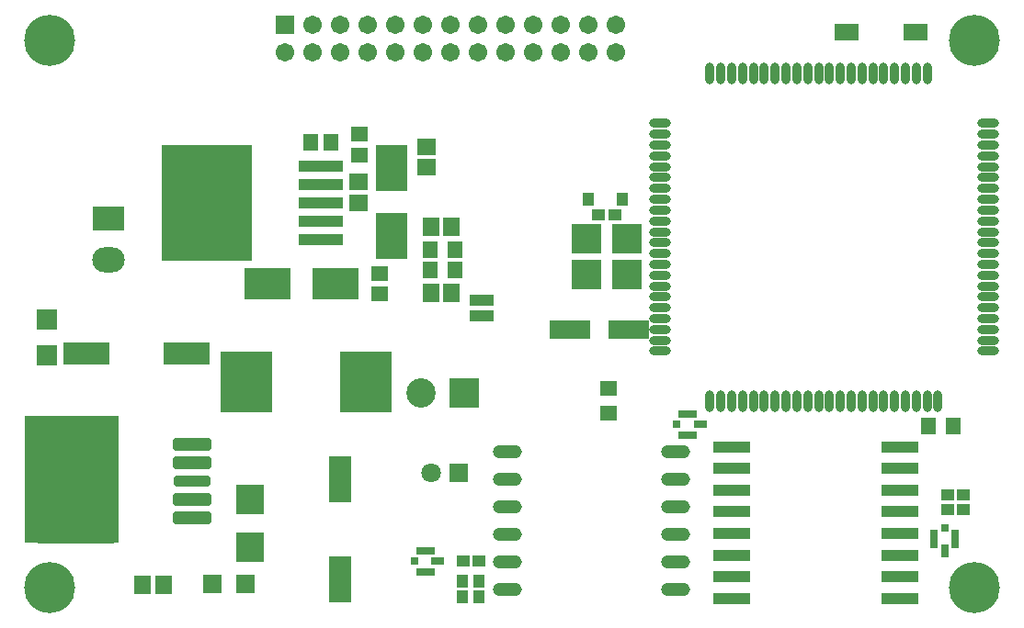
<source format=gts>
G04*
G04 #@! TF.GenerationSoftware,Altium Limited,Altium Designer,20.2.6 (244)*
G04*
G04 Layer_Color=8388736*
%FSLAX24Y24*%
%MOIN*%
G70*
G04*
G04 #@! TF.SameCoordinates,01985295-A94F-4E40-9557-9D24556334AB*
G04*
G04*
G04 #@! TF.FilePolarity,Negative*
G04*
G01*
G75*
%ADD16C,0.0100*%
%ADD41R,0.1378X0.0394*%
%ADD45R,0.1590X0.0410*%
%ADD46R,0.3270X0.4230*%
G04:AMPARAMS|DCode=48|XSize=39.4mil|YSize=133.9mil|CornerRadius=9.8mil|HoleSize=0mil|Usage=FLASHONLY|Rotation=90.000|XOffset=0mil|YOffset=0mil|HoleType=Round|Shape=RoundedRectangle|*
%AMROUNDEDRECTD48*
21,1,0.0394,0.1142,0,0,90.0*
21,1,0.0197,0.1339,0,0,90.0*
1,1,0.0197,0.0571,0.0098*
1,1,0.0197,0.0571,-0.0098*
1,1,0.0197,-0.0571,-0.0098*
1,1,0.0197,-0.0571,0.0098*
%
%ADD48ROUNDEDRECTD48*%
%ADD49R,0.3346X0.4528*%
%ADD60R,0.0887X0.0434*%
%ADD61R,0.0592X0.0671*%
%ADD62R,0.0434X0.0454*%
%ADD63R,0.0454X0.0434*%
%ADD64R,0.0580X0.0630*%
%ADD65O,0.0316X0.0789*%
%ADD66O,0.0789X0.0316*%
G04:AMPARAMS|DCode=67|XSize=106.4mil|YSize=47.4mil|CornerRadius=23.7mil|HoleSize=0mil|Usage=FLASHONLY|Rotation=0.000|XOffset=0mil|YOffset=0mil|HoleType=Round|Shape=RoundedRectangle|*
%AMROUNDEDRECTD67*
21,1,0.1064,0.0000,0,0,0.0*
21,1,0.0591,0.0474,0,0,0.0*
1,1,0.0474,0.0295,0.0000*
1,1,0.0474,-0.0295,0.0000*
1,1,0.0474,-0.0295,0.0000*
1,1,0.0474,0.0295,0.0000*
%
%ADD67ROUNDEDRECTD67*%
%ADD68R,0.1655X0.1182*%
%ADD69R,0.1852X0.2245*%
%ADD70R,0.0630X0.0580*%
%ADD71R,0.0434X0.0454*%
%ADD72R,0.1064X0.1064*%
%ADD73R,0.1458X0.0710*%
%ADD74R,0.0631X0.0552*%
%ADD75R,0.0749X0.0749*%
%ADD76R,0.0671X0.0592*%
%ADD77R,0.1182X0.1655*%
%ADD78R,0.0552X0.0631*%
%ADD79R,0.0789X0.1655*%
G04:AMPARAMS|DCode=80|XSize=47.4mil|YSize=141.9mil|CornerRadius=13.8mil|HoleSize=0mil|Usage=FLASHONLY|Rotation=90.000|XOffset=0mil|YOffset=0mil|HoleType=Round|Shape=RoundedRectangle|*
%AMROUNDEDRECTD80*
21,1,0.0474,0.1142,0,0,90.0*
21,1,0.0197,0.1419,0,0,90.0*
1,1,0.0277,0.0571,0.0098*
1,1,0.0277,0.0571,-0.0098*
1,1,0.0277,-0.0571,-0.0098*
1,1,0.0277,-0.0571,0.0098*
%
%ADD80ROUNDEDRECTD80*%
%ADD81R,0.3426X0.4608*%
%ADD82R,0.1655X0.0789*%
%ADD83R,0.0867X0.0631*%
%ADD84R,0.0986X0.1064*%
%ADD85R,0.0671X0.0710*%
%ADD86R,0.0474X0.0277*%
%ADD87R,0.0671X0.0316*%
%ADD88R,0.0297X0.0277*%
%ADD89R,0.0277X0.0474*%
%ADD90R,0.0316X0.0671*%
%ADD91R,0.0277X0.0297*%
%ADD92R,0.0710X0.0710*%
%ADD93C,0.0710*%
%ADD94C,0.1064*%
%ADD95C,0.1852*%
%ADD96R,0.0671X0.0671*%
%ADD97C,0.0671*%
%ADD98O,0.1180X0.0907*%
%ADD99R,0.1180X0.0907*%
D16*
X663Y2807D02*
G03*
X788Y2713I124J36D01*
G01*
X663Y2807D02*
G03*
X788Y2713I124J36D01*
G01*
Y7139D02*
G03*
X663Y7045I0J-129D01*
G01*
X788Y7139D02*
G03*
X663Y7045I0J-129D01*
G01*
X492Y3426D02*
G03*
X497Y3390I129J0D01*
G01*
X492Y3426D02*
G03*
X497Y3390I129J0D01*
G01*
Y6461D02*
G03*
X492Y6426I124J-35D01*
G01*
X497Y6461D02*
G03*
X492Y6426I124J-35D01*
G01*
X3512Y2713D02*
X3514Y2715D01*
Y6911D02*
Y7161D01*
X714Y7111D02*
X764Y7161D01*
X788Y2713D02*
X1288D01*
X3512D01*
X764Y7161D02*
X3514D01*
Y2715D02*
Y6911D01*
X492Y3426D02*
Y6426D01*
D41*
X32041Y6156D02*
D03*
Y5368D02*
D03*
Y4581D02*
D03*
Y3794D02*
D03*
Y3006D02*
D03*
Y2219D02*
D03*
Y1432D02*
D03*
Y644D02*
D03*
X25939D02*
D03*
Y1432D02*
D03*
Y2219D02*
D03*
Y3006D02*
D03*
Y3794D02*
D03*
Y4581D02*
D03*
Y5368D02*
D03*
Y6156D02*
D03*
D45*
X11040Y13670D02*
D03*
Y14340D02*
D03*
Y15010D02*
D03*
Y15680D02*
D03*
Y16350D02*
D03*
D46*
X6925Y15010D02*
D03*
D48*
X6364Y4911D02*
D03*
D49*
X2040Y4940D02*
D03*
D60*
X16890Y11481D02*
D03*
Y10890D02*
D03*
D61*
X15778Y11730D02*
D03*
X15030D02*
D03*
Y14140D02*
D03*
X15778D02*
D03*
X5328Y1140D02*
D03*
X4580D02*
D03*
D62*
X16760Y695D02*
D03*
Y1285D02*
D03*
X16180Y695D02*
D03*
Y1285D02*
D03*
D63*
X16195Y2000D02*
D03*
X16785D02*
D03*
X21105Y14560D02*
D03*
X21695D02*
D03*
X33760Y3880D02*
D03*
X34351D02*
D03*
X33760Y4420D02*
D03*
X34351D02*
D03*
D64*
X15905Y12580D02*
D03*
X15005D02*
D03*
Y13300D02*
D03*
X15905D02*
D03*
X33060Y6920D02*
D03*
X33960D02*
D03*
D65*
X33030Y19703D02*
D03*
X32636D02*
D03*
X32243D02*
D03*
X31849D02*
D03*
X31455D02*
D03*
X31062D02*
D03*
X30668D02*
D03*
X30274D02*
D03*
X29881D02*
D03*
X29487D02*
D03*
X29093D02*
D03*
X28699D02*
D03*
X28306D02*
D03*
X27912D02*
D03*
X27518D02*
D03*
X27125D02*
D03*
X26731D02*
D03*
X26337D02*
D03*
X25944D02*
D03*
X25550D02*
D03*
Y7813D02*
D03*
X25944D02*
D03*
X26337D02*
D03*
X26731D02*
D03*
X27125D02*
D03*
X27518D02*
D03*
X27912D02*
D03*
X28306D02*
D03*
X28699D02*
D03*
X29093D02*
D03*
X29487D02*
D03*
X29881D02*
D03*
X30274D02*
D03*
X30668D02*
D03*
X31062D02*
D03*
X31455D02*
D03*
X31849D02*
D03*
X32243D02*
D03*
X32636D02*
D03*
X33030D02*
D03*
X25156Y19703D02*
D03*
Y7813D02*
D03*
X33424D02*
D03*
D66*
X23345Y17499D02*
D03*
Y17105D02*
D03*
Y16711D02*
D03*
Y16317D02*
D03*
Y15924D02*
D03*
Y15530D02*
D03*
Y15136D02*
D03*
Y14743D02*
D03*
Y14349D02*
D03*
Y13955D02*
D03*
Y13562D02*
D03*
Y13168D02*
D03*
Y12774D02*
D03*
Y12380D02*
D03*
Y11987D02*
D03*
Y11593D02*
D03*
Y11199D02*
D03*
Y10806D02*
D03*
Y10412D02*
D03*
Y10018D02*
D03*
X35235D02*
D03*
Y10412D02*
D03*
Y10806D02*
D03*
Y11199D02*
D03*
Y11593D02*
D03*
Y11987D02*
D03*
Y12380D02*
D03*
Y12774D02*
D03*
Y13168D02*
D03*
Y13562D02*
D03*
Y13955D02*
D03*
Y14349D02*
D03*
Y14743D02*
D03*
Y15136D02*
D03*
Y15530D02*
D03*
Y15924D02*
D03*
Y16317D02*
D03*
Y16711D02*
D03*
Y17105D02*
D03*
Y17499D02*
D03*
X23345Y9624D02*
D03*
Y17892D02*
D03*
X35235D02*
D03*
Y9624D02*
D03*
D67*
X23901Y967D02*
D03*
Y1967D02*
D03*
Y2967D02*
D03*
Y3967D02*
D03*
Y4967D02*
D03*
Y5967D02*
D03*
X17799D02*
D03*
Y4967D02*
D03*
Y3967D02*
D03*
Y2967D02*
D03*
Y1967D02*
D03*
Y967D02*
D03*
D68*
X9100Y12060D02*
D03*
X11580D02*
D03*
D69*
X12675Y8520D02*
D03*
X8345D02*
D03*
D70*
X21490Y7370D02*
D03*
Y8270D02*
D03*
D71*
X21990Y15150D02*
D03*
X20750D02*
D03*
D72*
X20672Y13690D02*
D03*
X22128D02*
D03*
X20672Y12410D02*
D03*
X22128D02*
D03*
X16240Y8120D02*
D03*
D73*
X22203Y10390D02*
D03*
X20077D02*
D03*
D74*
X13181Y11698D02*
D03*
Y12446D02*
D03*
X12446Y16754D02*
D03*
Y17502D02*
D03*
D75*
X1100Y9461D02*
D03*
Y10760D02*
D03*
D76*
X12410Y15012D02*
D03*
Y15760D02*
D03*
X14860Y16300D02*
D03*
Y17048D02*
D03*
D77*
X13620Y13790D02*
D03*
Y16270D02*
D03*
D78*
X11416Y17196D02*
D03*
X10668D02*
D03*
D79*
X11740Y4970D02*
D03*
Y1348D02*
D03*
D80*
X6364Y3573D02*
D03*
Y6250D02*
D03*
Y5580D02*
D03*
Y4242D02*
D03*
D81*
X2010Y4960D02*
D03*
D82*
X2558Y9530D02*
D03*
X6180D02*
D03*
D83*
X32620Y21210D02*
D03*
X30100D02*
D03*
D84*
X8480Y2514D02*
D03*
Y4236D02*
D03*
D85*
X8301Y1167D02*
D03*
X7120D02*
D03*
D86*
X15283Y1990D02*
D03*
X24793Y6960D02*
D03*
D87*
X14830Y1596D02*
D03*
Y2384D02*
D03*
X24340Y6566D02*
D03*
Y7354D02*
D03*
D88*
X14426Y1990D02*
D03*
X23936Y6960D02*
D03*
D89*
X33660Y2357D02*
D03*
D90*
X33266Y2810D02*
D03*
X34054D02*
D03*
D91*
X33660Y3214D02*
D03*
D92*
X16050Y5210D02*
D03*
D93*
X15050D02*
D03*
D94*
X14681Y8120D02*
D03*
D95*
X34729Y20902D02*
D03*
X1219Y1042D02*
D03*
Y20902D02*
D03*
X34729Y1042D02*
D03*
D96*
X9750Y21470D02*
D03*
D97*
Y20470D02*
D03*
X10750Y21470D02*
D03*
Y20470D02*
D03*
X11750Y21470D02*
D03*
Y20470D02*
D03*
X12750Y21470D02*
D03*
Y20470D02*
D03*
X13750Y21470D02*
D03*
Y20470D02*
D03*
X14750Y21470D02*
D03*
Y20470D02*
D03*
X15750Y21470D02*
D03*
Y20470D02*
D03*
X16750Y21470D02*
D03*
Y20470D02*
D03*
X17750Y21470D02*
D03*
Y20470D02*
D03*
X18750Y21470D02*
D03*
Y20470D02*
D03*
X19750Y21470D02*
D03*
Y20470D02*
D03*
X20750Y21470D02*
D03*
Y20470D02*
D03*
X21750Y21470D02*
D03*
Y20470D02*
D03*
D98*
X3329Y12930D02*
D03*
D99*
Y14430D02*
D03*
M02*

</source>
